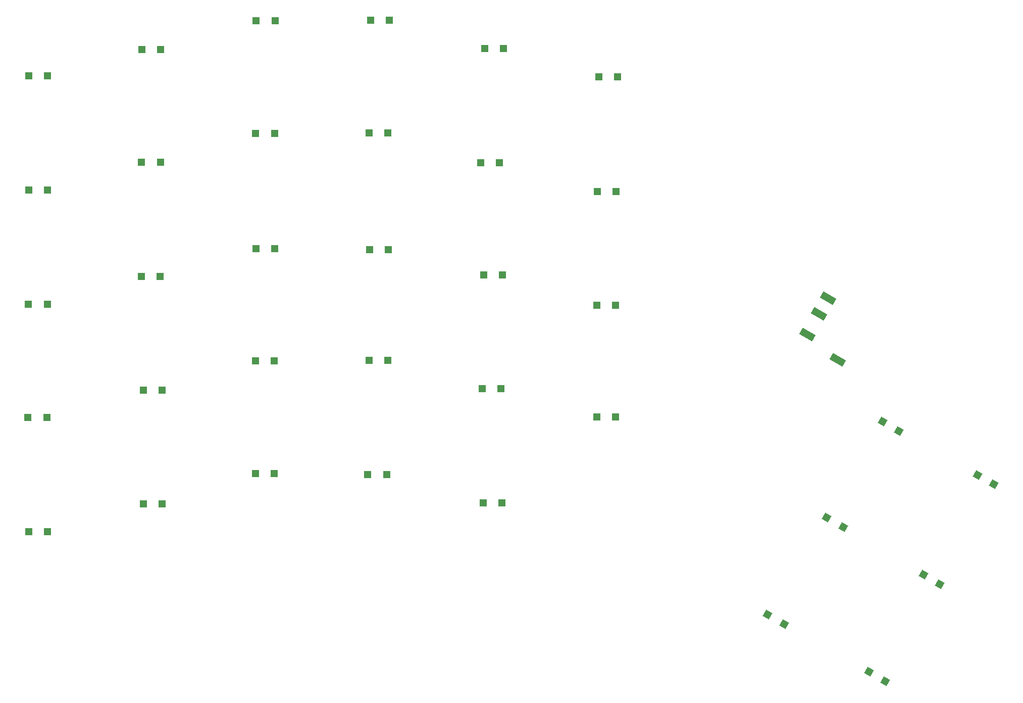
<source format=gbp>
%TF.GenerationSoftware,KiCad,Pcbnew,7.0.1*%
%TF.CreationDate,2023-09-24T18:49:58+08:00*%
%TF.ProjectId,split70kb,73706c69-7437-4306-9b62-2e6b69636164,rev?*%
%TF.SameCoordinates,Original*%
%TF.FileFunction,Paste,Bot*%
%TF.FilePolarity,Positive*%
%FSLAX46Y46*%
G04 Gerber Fmt 4.6, Leading zero omitted, Abs format (unit mm)*
G04 Created by KiCad (PCBNEW 7.0.1) date 2023-09-24 18:49:58*
%MOMM*%
%LPD*%
G01*
G04 APERTURE LIST*
G04 Aperture macros list*
%AMRotRect*
0 Rectangle, with rotation*
0 The origin of the aperture is its center*
0 $1 length*
0 $2 width*
0 $3 Rotation angle, in degrees counterclockwise*
0 Add horizontal line*
21,1,$1,$2,0,0,$3*%
G04 Aperture macros list end*
%ADD10R,1.200000X1.200000*%
%ADD11RotRect,1.200000X2.500000X240.000000*%
%ADD12RotRect,1.200000X1.200000X150.000000*%
G04 APERTURE END LIST*
D10*
%TO.C,D10*%
X53850600Y-119865400D03*
X50700600Y-119865400D03*
%TD*%
%TO.C,D17*%
X91744500Y-57691300D03*
X88594500Y-57691300D03*
%TD*%
%TO.C,D19*%
X91736800Y-95785600D03*
X88586800Y-95785600D03*
%TD*%
D11*
%TO.C,J2*%
X164051517Y-88028246D03*
X165551517Y-85430169D03*
X167130683Y-95694975D03*
X162051517Y-91492347D03*
%TD*%
D10*
%TO.C,D4*%
X34528400Y-105394900D03*
X31378400Y-105394900D03*
%TD*%
%TO.C,D29*%
X129895700Y-105304500D03*
X126745700Y-105304500D03*
%TD*%
%TO.C,D28*%
X129888800Y-86586700D03*
X126738800Y-86586700D03*
%TD*%
%TO.C,D2*%
X34635300Y-67299100D03*
X31485300Y-67299100D03*
%TD*%
D12*
%TO.C,D35*%
X175105290Y-149558500D03*
X172377310Y-147983500D03*
%TD*%
D10*
%TO.C,D6*%
X53621100Y-43771700D03*
X50471100Y-43771700D03*
%TD*%
%TO.C,D22*%
X110410900Y-62681300D03*
X107260900Y-62681300D03*
%TD*%
%TO.C,D1*%
X34686300Y-48170500D03*
X31536300Y-48170500D03*
%TD*%
%TO.C,D9*%
X53897300Y-100793600D03*
X50747300Y-100793600D03*
%TD*%
%TO.C,D13*%
X72729800Y-77111900D03*
X69579800Y-77111900D03*
%TD*%
D12*
%TO.C,D31*%
X168045590Y-123730500D03*
X165317610Y-122155500D03*
%TD*%
D10*
%TO.C,D18*%
X91800100Y-77290700D03*
X88650100Y-77290700D03*
%TD*%
%TO.C,D20*%
X91506600Y-114980000D03*
X88356600Y-114980000D03*
%TD*%
%TO.C,D8*%
X53559600Y-81714800D03*
X50409600Y-81714800D03*
%TD*%
%TO.C,D21*%
X111094000Y-43591000D03*
X107944000Y-43591000D03*
%TD*%
%TO.C,D5*%
X34685200Y-124536900D03*
X31535200Y-124536900D03*
%TD*%
%TO.C,D11*%
X72797000Y-38917300D03*
X69647000Y-38917300D03*
%TD*%
%TO.C,D27*%
X129996600Y-67571000D03*
X126846600Y-67571000D03*
%TD*%
%TO.C,D14*%
X72691000Y-95920000D03*
X69541000Y-95920000D03*
%TD*%
D12*
%TO.C,D33*%
X193329590Y-116593000D03*
X190601610Y-115018000D03*
%TD*%
D10*
%TO.C,D26*%
X130258800Y-48324900D03*
X127108800Y-48324900D03*
%TD*%
%TO.C,D16*%
X91979100Y-38795200D03*
X88829100Y-38795200D03*
%TD*%
%TO.C,D24*%
X110711300Y-100520500D03*
X107561300Y-100520500D03*
%TD*%
D12*
%TO.C,D30*%
X158139590Y-139986500D03*
X155411610Y-138411500D03*
%TD*%
D10*
%TO.C,D15*%
X72694200Y-114744000D03*
X69544200Y-114744000D03*
%TD*%
%TO.C,D25*%
X110881200Y-119705800D03*
X107731200Y-119705800D03*
%TD*%
D12*
%TO.C,D32*%
X177391290Y-107648500D03*
X174663310Y-106073500D03*
%TD*%
%TO.C,D34*%
X184249290Y-133302500D03*
X181521310Y-131727500D03*
%TD*%
D10*
%TO.C,D23*%
X110946600Y-81541000D03*
X107796600Y-81541000D03*
%TD*%
%TO.C,D7*%
X53581600Y-62605000D03*
X50431600Y-62605000D03*
%TD*%
%TO.C,D12*%
X72712400Y-57770200D03*
X69562400Y-57770200D03*
%TD*%
%TO.C,D3*%
X34612000Y-86416800D03*
X31462000Y-86416800D03*
%TD*%
M02*

</source>
